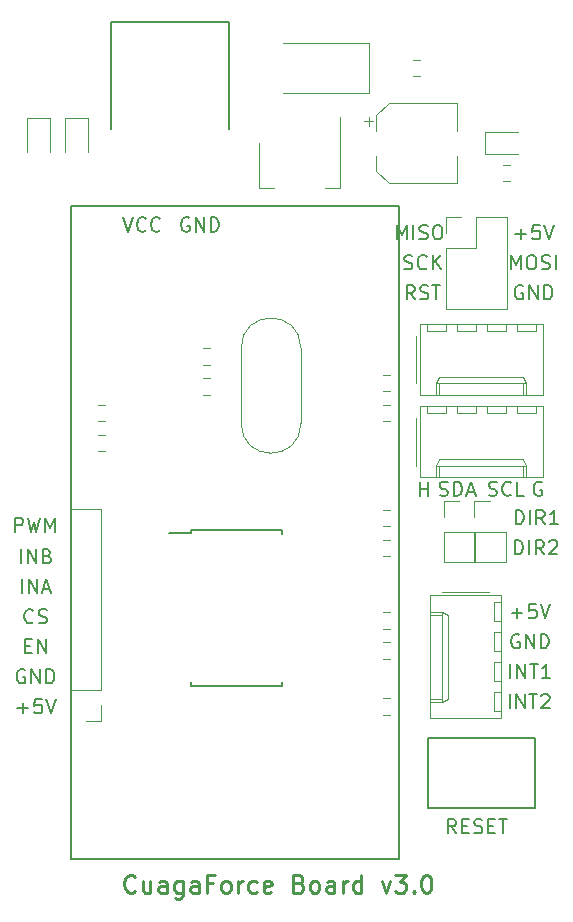
<source format=gto>
G04 #@! TF.GenerationSoftware,KiCad,Pcbnew,5.0.2-bee76a0~70~ubuntu16.04.1*
G04 #@! TF.CreationDate,2019-07-23T17:30:48+02:00*
G04 #@! TF.ProjectId,ATtiny_3.0,41547469-6e79-45f3-932e-302e6b696361,rev?*
G04 #@! TF.SameCoordinates,Original*
G04 #@! TF.FileFunction,Legend,Top*
G04 #@! TF.FilePolarity,Positive*
%FSLAX46Y46*%
G04 Gerber Fmt 4.6, Leading zero omitted, Abs format (unit mm)*
G04 Created by KiCad (PCBNEW 5.0.2-bee76a0~70~ubuntu16.04.1) date mar 23 jul 2019 17:30:48 CEST*
%MOMM*%
%LPD*%
G01*
G04 APERTURE LIST*
%ADD10C,0.200000*%
%ADD11C,0.250000*%
%ADD12C,0.120000*%
%ADD13C,0.150000*%
G04 APERTURE END LIST*
D10*
X135058342Y-81705714D02*
X135972628Y-81705714D01*
X135515485Y-82162857D02*
X135515485Y-81248571D01*
X137115485Y-80962857D02*
X136544057Y-80962857D01*
X136486914Y-81534285D01*
X136544057Y-81477142D01*
X136658342Y-81420000D01*
X136944057Y-81420000D01*
X137058342Y-81477142D01*
X137115485Y-81534285D01*
X137172628Y-81648571D01*
X137172628Y-81934285D01*
X137115485Y-82048571D01*
X137058342Y-82105714D01*
X136944057Y-82162857D01*
X136658342Y-82162857D01*
X136544057Y-82105714D01*
X136486914Y-82048571D01*
X137515485Y-80962857D02*
X137915485Y-82162857D01*
X138315485Y-80962857D01*
X135686914Y-83560000D02*
X135572628Y-83502857D01*
X135401200Y-83502857D01*
X135229771Y-83560000D01*
X135115485Y-83674285D01*
X135058342Y-83788571D01*
X135001200Y-84017142D01*
X135001200Y-84188571D01*
X135058342Y-84417142D01*
X135115485Y-84531428D01*
X135229771Y-84645714D01*
X135401200Y-84702857D01*
X135515485Y-84702857D01*
X135686914Y-84645714D01*
X135744057Y-84588571D01*
X135744057Y-84188571D01*
X135515485Y-84188571D01*
X136258342Y-84702857D02*
X136258342Y-83502857D01*
X136944057Y-84702857D01*
X136944057Y-83502857D01*
X137515485Y-84702857D02*
X137515485Y-83502857D01*
X137801200Y-83502857D01*
X137972628Y-83560000D01*
X138086914Y-83674285D01*
X138144057Y-83788571D01*
X138201200Y-84017142D01*
X138201200Y-84188571D01*
X138144057Y-84417142D01*
X138086914Y-84531428D01*
X137972628Y-84645714D01*
X137801200Y-84702857D01*
X137515485Y-84702857D01*
X127292142Y-71789857D02*
X127292142Y-70589857D01*
X127292142Y-71161285D02*
X127977857Y-71161285D01*
X127977857Y-71789857D02*
X127977857Y-70589857D01*
X128971857Y-71732714D02*
X129143285Y-71789857D01*
X129429000Y-71789857D01*
X129543285Y-71732714D01*
X129600428Y-71675571D01*
X129657571Y-71561285D01*
X129657571Y-71447000D01*
X129600428Y-71332714D01*
X129543285Y-71275571D01*
X129429000Y-71218428D01*
X129200428Y-71161285D01*
X129086142Y-71104142D01*
X129029000Y-71047000D01*
X128971857Y-70932714D01*
X128971857Y-70818428D01*
X129029000Y-70704142D01*
X129086142Y-70647000D01*
X129200428Y-70589857D01*
X129486142Y-70589857D01*
X129657571Y-70647000D01*
X130171857Y-71789857D02*
X130171857Y-70589857D01*
X130457571Y-70589857D01*
X130629000Y-70647000D01*
X130743285Y-70761285D01*
X130800428Y-70875571D01*
X130857571Y-71104142D01*
X130857571Y-71275571D01*
X130800428Y-71504142D01*
X130743285Y-71618428D01*
X130629000Y-71732714D01*
X130457571Y-71789857D01*
X130171857Y-71789857D01*
X131314714Y-71447000D02*
X131886142Y-71447000D01*
X131200428Y-71789857D02*
X131600428Y-70589857D01*
X132000428Y-71789857D01*
X107746914Y-48269600D02*
X107632628Y-48212457D01*
X107461200Y-48212457D01*
X107289771Y-48269600D01*
X107175485Y-48383885D01*
X107118342Y-48498171D01*
X107061200Y-48726742D01*
X107061200Y-48898171D01*
X107118342Y-49126742D01*
X107175485Y-49241028D01*
X107289771Y-49355314D01*
X107461200Y-49412457D01*
X107575485Y-49412457D01*
X107746914Y-49355314D01*
X107804057Y-49298171D01*
X107804057Y-48898171D01*
X107575485Y-48898171D01*
X108318342Y-49412457D02*
X108318342Y-48212457D01*
X109004057Y-49412457D01*
X109004057Y-48212457D01*
X109575485Y-49412457D02*
X109575485Y-48212457D01*
X109861200Y-48212457D01*
X110032628Y-48269600D01*
X110146914Y-48383885D01*
X110204057Y-48498171D01*
X110261200Y-48726742D01*
X110261200Y-48898171D01*
X110204057Y-49126742D01*
X110146914Y-49241028D01*
X110032628Y-49355314D01*
X109861200Y-49412457D01*
X109575485Y-49412457D01*
X102184400Y-48212457D02*
X102584400Y-49412457D01*
X102984400Y-48212457D01*
X104070114Y-49298171D02*
X104012971Y-49355314D01*
X103841542Y-49412457D01*
X103727257Y-49412457D01*
X103555828Y-49355314D01*
X103441542Y-49241028D01*
X103384400Y-49126742D01*
X103327257Y-48898171D01*
X103327257Y-48726742D01*
X103384400Y-48498171D01*
X103441542Y-48383885D01*
X103555828Y-48269600D01*
X103727257Y-48212457D01*
X103841542Y-48212457D01*
X104012971Y-48269600D01*
X104070114Y-48326742D01*
X105270114Y-49298171D02*
X105212971Y-49355314D01*
X105041542Y-49412457D01*
X104927257Y-49412457D01*
X104755828Y-49355314D01*
X104641542Y-49241028D01*
X104584400Y-49126742D01*
X104527257Y-48898171D01*
X104527257Y-48726742D01*
X104584400Y-48498171D01*
X104641542Y-48383885D01*
X104755828Y-48269600D01*
X104927257Y-48212457D01*
X105041542Y-48212457D01*
X105212971Y-48269600D01*
X105270114Y-48326742D01*
D11*
X103193771Y-105234514D02*
X103122342Y-105305942D01*
X102908057Y-105377371D01*
X102765200Y-105377371D01*
X102550914Y-105305942D01*
X102408057Y-105163085D01*
X102336628Y-105020228D01*
X102265200Y-104734514D01*
X102265200Y-104520228D01*
X102336628Y-104234514D01*
X102408057Y-104091657D01*
X102550914Y-103948800D01*
X102765200Y-103877371D01*
X102908057Y-103877371D01*
X103122342Y-103948800D01*
X103193771Y-104020228D01*
X104479485Y-104377371D02*
X104479485Y-105377371D01*
X103836628Y-104377371D02*
X103836628Y-105163085D01*
X103908057Y-105305942D01*
X104050914Y-105377371D01*
X104265200Y-105377371D01*
X104408057Y-105305942D01*
X104479485Y-105234514D01*
X105836628Y-105377371D02*
X105836628Y-104591657D01*
X105765200Y-104448800D01*
X105622342Y-104377371D01*
X105336628Y-104377371D01*
X105193771Y-104448800D01*
X105836628Y-105305942D02*
X105693771Y-105377371D01*
X105336628Y-105377371D01*
X105193771Y-105305942D01*
X105122342Y-105163085D01*
X105122342Y-105020228D01*
X105193771Y-104877371D01*
X105336628Y-104805942D01*
X105693771Y-104805942D01*
X105836628Y-104734514D01*
X107193771Y-104377371D02*
X107193771Y-105591657D01*
X107122342Y-105734514D01*
X107050914Y-105805942D01*
X106908057Y-105877371D01*
X106693771Y-105877371D01*
X106550914Y-105805942D01*
X107193771Y-105305942D02*
X107050914Y-105377371D01*
X106765200Y-105377371D01*
X106622342Y-105305942D01*
X106550914Y-105234514D01*
X106479485Y-105091657D01*
X106479485Y-104663085D01*
X106550914Y-104520228D01*
X106622342Y-104448800D01*
X106765200Y-104377371D01*
X107050914Y-104377371D01*
X107193771Y-104448800D01*
X108550914Y-105377371D02*
X108550914Y-104591657D01*
X108479485Y-104448800D01*
X108336628Y-104377371D01*
X108050914Y-104377371D01*
X107908057Y-104448800D01*
X108550914Y-105305942D02*
X108408057Y-105377371D01*
X108050914Y-105377371D01*
X107908057Y-105305942D01*
X107836628Y-105163085D01*
X107836628Y-105020228D01*
X107908057Y-104877371D01*
X108050914Y-104805942D01*
X108408057Y-104805942D01*
X108550914Y-104734514D01*
X109765200Y-104591657D02*
X109265200Y-104591657D01*
X109265200Y-105377371D02*
X109265200Y-103877371D01*
X109979485Y-103877371D01*
X110765200Y-105377371D02*
X110622342Y-105305942D01*
X110550914Y-105234514D01*
X110479485Y-105091657D01*
X110479485Y-104663085D01*
X110550914Y-104520228D01*
X110622342Y-104448800D01*
X110765200Y-104377371D01*
X110979485Y-104377371D01*
X111122342Y-104448800D01*
X111193771Y-104520228D01*
X111265200Y-104663085D01*
X111265200Y-105091657D01*
X111193771Y-105234514D01*
X111122342Y-105305942D01*
X110979485Y-105377371D01*
X110765200Y-105377371D01*
X111908057Y-105377371D02*
X111908057Y-104377371D01*
X111908057Y-104663085D02*
X111979485Y-104520228D01*
X112050914Y-104448800D01*
X112193771Y-104377371D01*
X112336628Y-104377371D01*
X113479485Y-105305942D02*
X113336628Y-105377371D01*
X113050914Y-105377371D01*
X112908057Y-105305942D01*
X112836628Y-105234514D01*
X112765200Y-105091657D01*
X112765200Y-104663085D01*
X112836628Y-104520228D01*
X112908057Y-104448800D01*
X113050914Y-104377371D01*
X113336628Y-104377371D01*
X113479485Y-104448800D01*
X114693771Y-105305942D02*
X114550914Y-105377371D01*
X114265200Y-105377371D01*
X114122342Y-105305942D01*
X114050914Y-105163085D01*
X114050914Y-104591657D01*
X114122342Y-104448800D01*
X114265200Y-104377371D01*
X114550914Y-104377371D01*
X114693771Y-104448800D01*
X114765200Y-104591657D01*
X114765200Y-104734514D01*
X114050914Y-104877371D01*
X117050914Y-104591657D02*
X117265200Y-104663085D01*
X117336628Y-104734514D01*
X117408057Y-104877371D01*
X117408057Y-105091657D01*
X117336628Y-105234514D01*
X117265200Y-105305942D01*
X117122342Y-105377371D01*
X116550914Y-105377371D01*
X116550914Y-103877371D01*
X117050914Y-103877371D01*
X117193771Y-103948800D01*
X117265200Y-104020228D01*
X117336628Y-104163085D01*
X117336628Y-104305942D01*
X117265200Y-104448800D01*
X117193771Y-104520228D01*
X117050914Y-104591657D01*
X116550914Y-104591657D01*
X118265200Y-105377371D02*
X118122342Y-105305942D01*
X118050914Y-105234514D01*
X117979485Y-105091657D01*
X117979485Y-104663085D01*
X118050914Y-104520228D01*
X118122342Y-104448800D01*
X118265200Y-104377371D01*
X118479485Y-104377371D01*
X118622342Y-104448800D01*
X118693771Y-104520228D01*
X118765200Y-104663085D01*
X118765200Y-105091657D01*
X118693771Y-105234514D01*
X118622342Y-105305942D01*
X118479485Y-105377371D01*
X118265200Y-105377371D01*
X120050914Y-105377371D02*
X120050914Y-104591657D01*
X119979485Y-104448800D01*
X119836628Y-104377371D01*
X119550914Y-104377371D01*
X119408057Y-104448800D01*
X120050914Y-105305942D02*
X119908057Y-105377371D01*
X119550914Y-105377371D01*
X119408057Y-105305942D01*
X119336628Y-105163085D01*
X119336628Y-105020228D01*
X119408057Y-104877371D01*
X119550914Y-104805942D01*
X119908057Y-104805942D01*
X120050914Y-104734514D01*
X120765200Y-105377371D02*
X120765200Y-104377371D01*
X120765200Y-104663085D02*
X120836628Y-104520228D01*
X120908057Y-104448800D01*
X121050914Y-104377371D01*
X121193771Y-104377371D01*
X122336628Y-105377371D02*
X122336628Y-103877371D01*
X122336628Y-105305942D02*
X122193771Y-105377371D01*
X121908057Y-105377371D01*
X121765200Y-105305942D01*
X121693771Y-105234514D01*
X121622342Y-105091657D01*
X121622342Y-104663085D01*
X121693771Y-104520228D01*
X121765200Y-104448800D01*
X121908057Y-104377371D01*
X122193771Y-104377371D01*
X122336628Y-104448800D01*
X124050914Y-104377371D02*
X124408057Y-105377371D01*
X124765200Y-104377371D01*
X125193771Y-103877371D02*
X126122342Y-103877371D01*
X125622342Y-104448800D01*
X125836628Y-104448800D01*
X125979485Y-104520228D01*
X126050914Y-104591657D01*
X126122342Y-104734514D01*
X126122342Y-105091657D01*
X126050914Y-105234514D01*
X125979485Y-105305942D01*
X125836628Y-105377371D01*
X125408057Y-105377371D01*
X125265200Y-105305942D01*
X125193771Y-105234514D01*
X126765200Y-105234514D02*
X126836628Y-105305942D01*
X126765200Y-105377371D01*
X126693771Y-105305942D01*
X126765200Y-105234514D01*
X126765200Y-105377371D01*
X127765200Y-103877371D02*
X127908057Y-103877371D01*
X128050914Y-103948800D01*
X128122342Y-104020228D01*
X128193771Y-104163085D01*
X128265200Y-104448800D01*
X128265200Y-104805942D01*
X128193771Y-105091657D01*
X128122342Y-105234514D01*
X128050914Y-105305942D01*
X127908057Y-105377371D01*
X127765200Y-105377371D01*
X127622342Y-105305942D01*
X127550914Y-105234514D01*
X127479485Y-105091657D01*
X127408057Y-104805942D01*
X127408057Y-104448800D01*
X127479485Y-104163085D01*
X127550914Y-104020228D01*
X127622342Y-103948800D01*
X127765200Y-103877371D01*
D10*
X135337771Y-76742857D02*
X135337771Y-75542857D01*
X135623485Y-75542857D01*
X135794914Y-75600000D01*
X135909200Y-75714285D01*
X135966342Y-75828571D01*
X136023485Y-76057142D01*
X136023485Y-76228571D01*
X135966342Y-76457142D01*
X135909200Y-76571428D01*
X135794914Y-76685714D01*
X135623485Y-76742857D01*
X135337771Y-76742857D01*
X136537771Y-76742857D02*
X136537771Y-75542857D01*
X137794914Y-76742857D02*
X137394914Y-76171428D01*
X137109200Y-76742857D02*
X137109200Y-75542857D01*
X137566342Y-75542857D01*
X137680628Y-75600000D01*
X137737771Y-75657142D01*
X137794914Y-75771428D01*
X137794914Y-75942857D01*
X137737771Y-76057142D01*
X137680628Y-76114285D01*
X137566342Y-76171428D01*
X137109200Y-76171428D01*
X138252057Y-75657142D02*
X138309200Y-75600000D01*
X138423485Y-75542857D01*
X138709200Y-75542857D01*
X138823485Y-75600000D01*
X138880628Y-75657142D01*
X138937771Y-75771428D01*
X138937771Y-75885714D01*
X138880628Y-76057142D01*
X138194914Y-76742857D01*
X138937771Y-76742857D01*
X135388571Y-74202857D02*
X135388571Y-73002857D01*
X135674285Y-73002857D01*
X135845714Y-73060000D01*
X135960000Y-73174285D01*
X136017142Y-73288571D01*
X136074285Y-73517142D01*
X136074285Y-73688571D01*
X136017142Y-73917142D01*
X135960000Y-74031428D01*
X135845714Y-74145714D01*
X135674285Y-74202857D01*
X135388571Y-74202857D01*
X136588571Y-74202857D02*
X136588571Y-73002857D01*
X137845714Y-74202857D02*
X137445714Y-73631428D01*
X137160000Y-74202857D02*
X137160000Y-73002857D01*
X137617142Y-73002857D01*
X137731428Y-73060000D01*
X137788571Y-73117142D01*
X137845714Y-73231428D01*
X137845714Y-73402857D01*
X137788571Y-73517142D01*
X137731428Y-73574285D01*
X137617142Y-73631428D01*
X137160000Y-73631428D01*
X138988571Y-74202857D02*
X138302857Y-74202857D01*
X138645714Y-74202857D02*
X138645714Y-73002857D01*
X138531428Y-73174285D01*
X138417142Y-73288571D01*
X138302857Y-73345714D01*
X134893257Y-89782857D02*
X134893257Y-88582857D01*
X135464685Y-89782857D02*
X135464685Y-88582857D01*
X136150400Y-89782857D01*
X136150400Y-88582857D01*
X136550400Y-88582857D02*
X137236114Y-88582857D01*
X136893257Y-89782857D02*
X136893257Y-88582857D01*
X137578971Y-88697142D02*
X137636114Y-88640000D01*
X137750400Y-88582857D01*
X138036114Y-88582857D01*
X138150400Y-88640000D01*
X138207542Y-88697142D01*
X138264685Y-88811428D01*
X138264685Y-88925714D01*
X138207542Y-89097142D01*
X137521828Y-89782857D01*
X138264685Y-89782857D01*
X134944057Y-87242857D02*
X134944057Y-86042857D01*
X135515485Y-87242857D02*
X135515485Y-86042857D01*
X136201200Y-87242857D01*
X136201200Y-86042857D01*
X136601200Y-86042857D02*
X137286914Y-86042857D01*
X136944057Y-87242857D02*
X136944057Y-86042857D01*
X138315485Y-87242857D02*
X137629771Y-87242857D01*
X137972628Y-87242857D02*
X137972628Y-86042857D01*
X137858342Y-86214285D01*
X137744057Y-86328571D01*
X137629771Y-86385714D01*
X130337142Y-100342857D02*
X129937142Y-99771428D01*
X129651428Y-100342857D02*
X129651428Y-99142857D01*
X130108571Y-99142857D01*
X130222857Y-99200000D01*
X130280000Y-99257142D01*
X130337142Y-99371428D01*
X130337142Y-99542857D01*
X130280000Y-99657142D01*
X130222857Y-99714285D01*
X130108571Y-99771428D01*
X129651428Y-99771428D01*
X130851428Y-99714285D02*
X131251428Y-99714285D01*
X131422857Y-100342857D02*
X130851428Y-100342857D01*
X130851428Y-99142857D01*
X131422857Y-99142857D01*
X131880000Y-100285714D02*
X132051428Y-100342857D01*
X132337142Y-100342857D01*
X132451428Y-100285714D01*
X132508571Y-100228571D01*
X132565714Y-100114285D01*
X132565714Y-100000000D01*
X132508571Y-99885714D01*
X132451428Y-99828571D01*
X132337142Y-99771428D01*
X132108571Y-99714285D01*
X131994285Y-99657142D01*
X131937142Y-99600000D01*
X131880000Y-99485714D01*
X131880000Y-99371428D01*
X131937142Y-99257142D01*
X131994285Y-99200000D01*
X132108571Y-99142857D01*
X132394285Y-99142857D01*
X132565714Y-99200000D01*
X133080000Y-99714285D02*
X133480000Y-99714285D01*
X133651428Y-100342857D02*
X133080000Y-100342857D01*
X133080000Y-99142857D01*
X133651428Y-99142857D01*
X133994285Y-99142857D02*
X134680000Y-99142857D01*
X134337142Y-100342857D02*
X134337142Y-99142857D01*
X126850857Y-55152857D02*
X126450857Y-54581428D01*
X126165142Y-55152857D02*
X126165142Y-53952857D01*
X126622285Y-53952857D01*
X126736571Y-54010000D01*
X126793714Y-54067142D01*
X126850857Y-54181428D01*
X126850857Y-54352857D01*
X126793714Y-54467142D01*
X126736571Y-54524285D01*
X126622285Y-54581428D01*
X126165142Y-54581428D01*
X127308000Y-55095714D02*
X127479428Y-55152857D01*
X127765142Y-55152857D01*
X127879428Y-55095714D01*
X127936571Y-55038571D01*
X127993714Y-54924285D01*
X127993714Y-54810000D01*
X127936571Y-54695714D01*
X127879428Y-54638571D01*
X127765142Y-54581428D01*
X127536571Y-54524285D01*
X127422285Y-54467142D01*
X127365142Y-54410000D01*
X127308000Y-54295714D01*
X127308000Y-54181428D01*
X127365142Y-54067142D01*
X127422285Y-54010000D01*
X127536571Y-53952857D01*
X127822285Y-53952857D01*
X127993714Y-54010000D01*
X128336571Y-53952857D02*
X129022285Y-53952857D01*
X128679428Y-55152857D02*
X128679428Y-53952857D01*
X125965142Y-52555714D02*
X126136571Y-52612857D01*
X126422285Y-52612857D01*
X126536571Y-52555714D01*
X126593714Y-52498571D01*
X126650857Y-52384285D01*
X126650857Y-52270000D01*
X126593714Y-52155714D01*
X126536571Y-52098571D01*
X126422285Y-52041428D01*
X126193714Y-51984285D01*
X126079428Y-51927142D01*
X126022285Y-51870000D01*
X125965142Y-51755714D01*
X125965142Y-51641428D01*
X126022285Y-51527142D01*
X126079428Y-51470000D01*
X126193714Y-51412857D01*
X126479428Y-51412857D01*
X126650857Y-51470000D01*
X127850857Y-52498571D02*
X127793714Y-52555714D01*
X127622285Y-52612857D01*
X127508000Y-52612857D01*
X127336571Y-52555714D01*
X127222285Y-52441428D01*
X127165142Y-52327142D01*
X127108000Y-52098571D01*
X127108000Y-51927142D01*
X127165142Y-51698571D01*
X127222285Y-51584285D01*
X127336571Y-51470000D01*
X127508000Y-51412857D01*
X127622285Y-51412857D01*
X127793714Y-51470000D01*
X127850857Y-51527142D01*
X128365142Y-52612857D02*
X128365142Y-51412857D01*
X129050857Y-52612857D02*
X128536571Y-51927142D01*
X129050857Y-51412857D02*
X128365142Y-52098571D01*
X125368285Y-50072857D02*
X125368285Y-48872857D01*
X125768285Y-49730000D01*
X126168285Y-48872857D01*
X126168285Y-50072857D01*
X126739714Y-50072857D02*
X126739714Y-48872857D01*
X127254000Y-50015714D02*
X127425428Y-50072857D01*
X127711142Y-50072857D01*
X127825428Y-50015714D01*
X127882571Y-49958571D01*
X127939714Y-49844285D01*
X127939714Y-49730000D01*
X127882571Y-49615714D01*
X127825428Y-49558571D01*
X127711142Y-49501428D01*
X127482571Y-49444285D01*
X127368285Y-49387142D01*
X127311142Y-49330000D01*
X127254000Y-49215714D01*
X127254000Y-49101428D01*
X127311142Y-48987142D01*
X127368285Y-48930000D01*
X127482571Y-48872857D01*
X127768285Y-48872857D01*
X127939714Y-48930000D01*
X128682571Y-48872857D02*
X128911142Y-48872857D01*
X129025428Y-48930000D01*
X129139714Y-49044285D01*
X129196857Y-49272857D01*
X129196857Y-49672857D01*
X129139714Y-49901428D01*
X129025428Y-50015714D01*
X128911142Y-50072857D01*
X128682571Y-50072857D01*
X128568285Y-50015714D01*
X128454000Y-49901428D01*
X128396857Y-49672857D01*
X128396857Y-49272857D01*
X128454000Y-49044285D01*
X128568285Y-48930000D01*
X128682571Y-48872857D01*
X135991714Y-54010000D02*
X135877428Y-53952857D01*
X135706000Y-53952857D01*
X135534571Y-54010000D01*
X135420285Y-54124285D01*
X135363142Y-54238571D01*
X135306000Y-54467142D01*
X135306000Y-54638571D01*
X135363142Y-54867142D01*
X135420285Y-54981428D01*
X135534571Y-55095714D01*
X135706000Y-55152857D01*
X135820285Y-55152857D01*
X135991714Y-55095714D01*
X136048857Y-55038571D01*
X136048857Y-54638571D01*
X135820285Y-54638571D01*
X136563142Y-55152857D02*
X136563142Y-53952857D01*
X137248857Y-55152857D01*
X137248857Y-53952857D01*
X137820285Y-55152857D02*
X137820285Y-53952857D01*
X138106000Y-53952857D01*
X138277428Y-54010000D01*
X138391714Y-54124285D01*
X138448857Y-54238571D01*
X138506000Y-54467142D01*
X138506000Y-54638571D01*
X138448857Y-54867142D01*
X138391714Y-54981428D01*
X138277428Y-55095714D01*
X138106000Y-55152857D01*
X137820285Y-55152857D01*
X135020285Y-52612857D02*
X135020285Y-51412857D01*
X135420285Y-52270000D01*
X135820285Y-51412857D01*
X135820285Y-52612857D01*
X136620285Y-51412857D02*
X136848857Y-51412857D01*
X136963142Y-51470000D01*
X137077428Y-51584285D01*
X137134571Y-51812857D01*
X137134571Y-52212857D01*
X137077428Y-52441428D01*
X136963142Y-52555714D01*
X136848857Y-52612857D01*
X136620285Y-52612857D01*
X136506000Y-52555714D01*
X136391714Y-52441428D01*
X136334571Y-52212857D01*
X136334571Y-51812857D01*
X136391714Y-51584285D01*
X136506000Y-51470000D01*
X136620285Y-51412857D01*
X137591714Y-52555714D02*
X137763142Y-52612857D01*
X138048857Y-52612857D01*
X138163142Y-52555714D01*
X138220285Y-52498571D01*
X138277428Y-52384285D01*
X138277428Y-52270000D01*
X138220285Y-52155714D01*
X138163142Y-52098571D01*
X138048857Y-52041428D01*
X137820285Y-51984285D01*
X137706000Y-51927142D01*
X137648857Y-51870000D01*
X137591714Y-51755714D01*
X137591714Y-51641428D01*
X137648857Y-51527142D01*
X137706000Y-51470000D01*
X137820285Y-51412857D01*
X138106000Y-51412857D01*
X138277428Y-51470000D01*
X138791714Y-52612857D02*
X138791714Y-51412857D01*
X135363142Y-49615714D02*
X136277428Y-49615714D01*
X135820285Y-50072857D02*
X135820285Y-49158571D01*
X137420285Y-48872857D02*
X136848857Y-48872857D01*
X136791714Y-49444285D01*
X136848857Y-49387142D01*
X136963142Y-49330000D01*
X137248857Y-49330000D01*
X137363142Y-49387142D01*
X137420285Y-49444285D01*
X137477428Y-49558571D01*
X137477428Y-49844285D01*
X137420285Y-49958571D01*
X137363142Y-50015714D01*
X137248857Y-50072857D01*
X136963142Y-50072857D01*
X136848857Y-50015714D01*
X136791714Y-49958571D01*
X137820285Y-48872857D02*
X138220285Y-50072857D01*
X138620285Y-48872857D01*
X137601285Y-70647000D02*
X137487000Y-70589857D01*
X137315571Y-70589857D01*
X137144142Y-70647000D01*
X137029857Y-70761285D01*
X136972714Y-70875571D01*
X136915571Y-71104142D01*
X136915571Y-71275571D01*
X136972714Y-71504142D01*
X137029857Y-71618428D01*
X137144142Y-71732714D01*
X137315571Y-71789857D01*
X137429857Y-71789857D01*
X137601285Y-71732714D01*
X137658428Y-71675571D01*
X137658428Y-71275571D01*
X137429857Y-71275571D01*
X133127928Y-71732714D02*
X133299357Y-71789857D01*
X133585071Y-71789857D01*
X133699357Y-71732714D01*
X133756500Y-71675571D01*
X133813642Y-71561285D01*
X133813642Y-71447000D01*
X133756500Y-71332714D01*
X133699357Y-71275571D01*
X133585071Y-71218428D01*
X133356500Y-71161285D01*
X133242214Y-71104142D01*
X133185071Y-71047000D01*
X133127928Y-70932714D01*
X133127928Y-70818428D01*
X133185071Y-70704142D01*
X133242214Y-70647000D01*
X133356500Y-70589857D01*
X133642214Y-70589857D01*
X133813642Y-70647000D01*
X135013642Y-71675571D02*
X134956500Y-71732714D01*
X134785071Y-71789857D01*
X134670785Y-71789857D01*
X134499357Y-71732714D01*
X134385071Y-71618428D01*
X134327928Y-71504142D01*
X134270785Y-71275571D01*
X134270785Y-71104142D01*
X134327928Y-70875571D01*
X134385071Y-70761285D01*
X134499357Y-70647000D01*
X134670785Y-70589857D01*
X134785071Y-70589857D01*
X134956500Y-70647000D01*
X135013642Y-70704142D01*
X136099357Y-71789857D02*
X135527928Y-71789857D01*
X135527928Y-70589857D01*
X93199142Y-89747714D02*
X94113428Y-89747714D01*
X93656285Y-90204857D02*
X93656285Y-89290571D01*
X95256285Y-89004857D02*
X94684857Y-89004857D01*
X94627714Y-89576285D01*
X94684857Y-89519142D01*
X94799142Y-89462000D01*
X95084857Y-89462000D01*
X95199142Y-89519142D01*
X95256285Y-89576285D01*
X95313428Y-89690571D01*
X95313428Y-89976285D01*
X95256285Y-90090571D01*
X95199142Y-90147714D01*
X95084857Y-90204857D01*
X94799142Y-90204857D01*
X94684857Y-90147714D01*
X94627714Y-90090571D01*
X95656285Y-89004857D02*
X96056285Y-90204857D01*
X96456285Y-89004857D01*
X93827714Y-86522000D02*
X93713428Y-86464857D01*
X93542000Y-86464857D01*
X93370571Y-86522000D01*
X93256285Y-86636285D01*
X93199142Y-86750571D01*
X93142000Y-86979142D01*
X93142000Y-87150571D01*
X93199142Y-87379142D01*
X93256285Y-87493428D01*
X93370571Y-87607714D01*
X93542000Y-87664857D01*
X93656285Y-87664857D01*
X93827714Y-87607714D01*
X93884857Y-87550571D01*
X93884857Y-87150571D01*
X93656285Y-87150571D01*
X94399142Y-87664857D02*
X94399142Y-86464857D01*
X95084857Y-87664857D01*
X95084857Y-86464857D01*
X95656285Y-87664857D02*
X95656285Y-86464857D01*
X95942000Y-86464857D01*
X96113428Y-86522000D01*
X96227714Y-86636285D01*
X96284857Y-86750571D01*
X96342000Y-86979142D01*
X96342000Y-87150571D01*
X96284857Y-87379142D01*
X96227714Y-87493428D01*
X96113428Y-87607714D01*
X95942000Y-87664857D01*
X95656285Y-87664857D01*
X93856285Y-84496285D02*
X94256285Y-84496285D01*
X94427714Y-85124857D02*
X93856285Y-85124857D01*
X93856285Y-83924857D01*
X94427714Y-83924857D01*
X94942000Y-85124857D02*
X94942000Y-83924857D01*
X95627714Y-85124857D01*
X95627714Y-83924857D01*
X94542000Y-82470571D02*
X94484857Y-82527714D01*
X94313428Y-82584857D01*
X94199142Y-82584857D01*
X94027714Y-82527714D01*
X93913428Y-82413428D01*
X93856285Y-82299142D01*
X93799142Y-82070571D01*
X93799142Y-81899142D01*
X93856285Y-81670571D01*
X93913428Y-81556285D01*
X94027714Y-81442000D01*
X94199142Y-81384857D01*
X94313428Y-81384857D01*
X94484857Y-81442000D01*
X94542000Y-81499142D01*
X94999142Y-82527714D02*
X95170571Y-82584857D01*
X95456285Y-82584857D01*
X95570571Y-82527714D01*
X95627714Y-82470571D01*
X95684857Y-82356285D01*
X95684857Y-82242000D01*
X95627714Y-82127714D01*
X95570571Y-82070571D01*
X95456285Y-82013428D01*
X95227714Y-81956285D01*
X95113428Y-81899142D01*
X95056285Y-81842000D01*
X94999142Y-81727714D01*
X94999142Y-81613428D01*
X95056285Y-81499142D01*
X95113428Y-81442000D01*
X95227714Y-81384857D01*
X95513428Y-81384857D01*
X95684857Y-81442000D01*
X93599142Y-80044857D02*
X93599142Y-78844857D01*
X94170571Y-80044857D02*
X94170571Y-78844857D01*
X94856285Y-80044857D01*
X94856285Y-78844857D01*
X95370571Y-79702000D02*
X95942000Y-79702000D01*
X95256285Y-80044857D02*
X95656285Y-78844857D01*
X96056285Y-80044857D01*
X93513428Y-77504857D02*
X93513428Y-76304857D01*
X94084857Y-77504857D02*
X94084857Y-76304857D01*
X94770571Y-77504857D01*
X94770571Y-76304857D01*
X95742000Y-76876285D02*
X95913428Y-76933428D01*
X95970571Y-76990571D01*
X96027714Y-77104857D01*
X96027714Y-77276285D01*
X95970571Y-77390571D01*
X95913428Y-77447714D01*
X95799142Y-77504857D01*
X95342000Y-77504857D01*
X95342000Y-76304857D01*
X95742000Y-76304857D01*
X95856285Y-76362000D01*
X95913428Y-76419142D01*
X95970571Y-76533428D01*
X95970571Y-76647714D01*
X95913428Y-76762000D01*
X95856285Y-76819142D01*
X95742000Y-76876285D01*
X95342000Y-76876285D01*
X92992785Y-74837857D02*
X92992785Y-73637857D01*
X93449928Y-73637857D01*
X93564214Y-73695000D01*
X93621357Y-73752142D01*
X93678500Y-73866428D01*
X93678500Y-74037857D01*
X93621357Y-74152142D01*
X93564214Y-74209285D01*
X93449928Y-74266428D01*
X92992785Y-74266428D01*
X94078500Y-73637857D02*
X94364214Y-74837857D01*
X94592785Y-73980714D01*
X94821357Y-74837857D01*
X95107071Y-73637857D01*
X95564214Y-74837857D02*
X95564214Y-73637857D01*
X95964214Y-74495000D01*
X96364214Y-73637857D01*
X96364214Y-74837857D01*
X97750000Y-47250000D02*
X97750000Y-102550000D01*
X97750000Y-102550000D02*
X125550000Y-102550000D01*
X125550000Y-47250000D02*
X125550000Y-102550000D01*
X97750000Y-47250000D02*
X125550000Y-47250000D01*
D12*
G04 #@! TO.C,ICSP*
X129480000Y-55940000D02*
X134680000Y-55940000D01*
X129480000Y-50800000D02*
X129480000Y-55940000D01*
X134680000Y-48200000D02*
X134680000Y-55940000D01*
X129480000Y-50800000D02*
X132080000Y-50800000D01*
X132080000Y-50800000D02*
X132080000Y-48200000D01*
X132080000Y-48200000D02*
X134680000Y-48200000D01*
X129480000Y-49530000D02*
X129480000Y-48200000D01*
X129480000Y-48200000D02*
X130810000Y-48200000D01*
D13*
G04 #@! TO.C, *
X111108000Y-31694500D02*
X111108000Y-40694500D01*
X101108000Y-31694500D02*
X101108000Y-40694500D01*
X101108000Y-31694500D02*
X111108000Y-31694500D01*
D12*
G04 #@! TO.C,R10*
X124198748Y-83069500D02*
X124721252Y-83069500D01*
X124198748Y-81649500D02*
X124721252Y-81649500D01*
G04 #@! TO.C,C1*
X126738748Y-34850000D02*
X127261252Y-34850000D01*
X126738748Y-36270000D02*
X127261252Y-36270000D01*
G04 #@! TO.C,C2*
X130410000Y-45320000D02*
X130410000Y-42970000D01*
X130410000Y-38500000D02*
X130410000Y-40850000D01*
X124654437Y-38500000D02*
X130410000Y-38500000D01*
X124654437Y-45320000D02*
X130410000Y-45320000D01*
X123590000Y-44255563D02*
X123590000Y-42970000D01*
X123590000Y-39564437D02*
X123590000Y-40850000D01*
X123590000Y-39564437D02*
X124654437Y-38500000D01*
X123590000Y-44255563D02*
X124654437Y-45320000D01*
X122562500Y-40062500D02*
X123350000Y-40062500D01*
X122956250Y-39668750D02*
X122956250Y-40456250D01*
G04 #@! TO.C,C3*
X108958748Y-59297500D02*
X109481252Y-59297500D01*
X108958748Y-60717500D02*
X109481252Y-60717500D01*
G04 #@! TO.C,C4*
X108958748Y-63250000D02*
X109481252Y-63250000D01*
X108958748Y-61830000D02*
X109481252Y-61830000D01*
G04 #@! TO.C,POWER*
X135620000Y-40950000D02*
X132760000Y-40950000D01*
X132760000Y-40950000D02*
X132760000Y-42870000D01*
X132760000Y-42870000D02*
X135620000Y-42870000D01*
G04 #@! TO.C,LED1*
X99160000Y-42665000D02*
X99160000Y-39805000D01*
X99160000Y-39805000D02*
X97240000Y-39805000D01*
X97240000Y-39805000D02*
X97240000Y-42665000D01*
G04 #@! TO.C,LED2*
X94040000Y-39805000D02*
X94040000Y-42665000D01*
X95960000Y-39805000D02*
X94040000Y-39805000D01*
X95960000Y-42665000D02*
X95960000Y-39805000D01*
G04 #@! TO.C,D5*
X122964000Y-37710000D02*
X122964000Y-33410000D01*
X122964000Y-33410000D02*
X115664000Y-33410000D01*
X122964000Y-37710000D02*
X115664000Y-37710000D01*
G04 #@! TO.C, *
X129290000Y-72203000D02*
X130620000Y-72203000D01*
X129290000Y-73533000D02*
X129290000Y-72203000D01*
X129290000Y-74803000D02*
X131950000Y-74803000D01*
X131950000Y-74803000D02*
X131950000Y-77403000D01*
X129290000Y-74803000D02*
X129290000Y-77403000D01*
X129290000Y-77403000D02*
X131950000Y-77403000D01*
X131893000Y-77403000D02*
X134553000Y-77403000D01*
X131893000Y-74803000D02*
X131893000Y-77403000D01*
X134553000Y-74803000D02*
X134553000Y-77403000D01*
X131893000Y-74803000D02*
X134553000Y-74803000D01*
X131893000Y-73533000D02*
X131893000Y-72203000D01*
X131893000Y-72203000D02*
X133223000Y-72203000D01*
X100330000Y-72930000D02*
X97670000Y-72930000D01*
X100330000Y-88230000D02*
X100330000Y-72930000D01*
X97670000Y-88230000D02*
X97670000Y-72930000D01*
X100330000Y-88230000D02*
X97670000Y-88230000D01*
X100330000Y-89500000D02*
X100330000Y-90830000D01*
X100330000Y-90830000D02*
X99000000Y-90830000D01*
G04 #@! TO.C,R1*
X134358748Y-43740000D02*
X134881252Y-43740000D01*
X134358748Y-45160000D02*
X134881252Y-45160000D01*
G04 #@! TO.C,R2*
X100591252Y-65480000D02*
X100068748Y-65480000D01*
X100591252Y-64060000D02*
X100068748Y-64060000D01*
G04 #@! TO.C,R3*
X100591252Y-66600000D02*
X100068748Y-66600000D01*
X100591252Y-68020000D02*
X100068748Y-68020000D01*
G04 #@! TO.C,R4*
X124198748Y-88890000D02*
X124721252Y-88890000D01*
X124198748Y-90310000D02*
X124721252Y-90310000D01*
G04 #@! TO.C,R5*
X124198748Y-72950000D02*
X124721252Y-72950000D01*
X124198748Y-74370000D02*
X124721252Y-74370000D01*
G04 #@! TO.C,R6*
X124198748Y-76910000D02*
X124721252Y-76910000D01*
X124198748Y-75490000D02*
X124721252Y-75490000D01*
G04 #@! TO.C,R7*
X124721252Y-64060000D02*
X124198748Y-64060000D01*
X124721252Y-65480000D02*
X124198748Y-65480000D01*
G04 #@! TO.C,R8*
X124198748Y-62940000D02*
X124721252Y-62940000D01*
X124198748Y-61520000D02*
X124721252Y-61520000D01*
G04 #@! TO.C,R9*
X124198748Y-84189500D02*
X124721252Y-84189500D01*
X124198748Y-85609500D02*
X124721252Y-85609500D01*
D13*
G04 #@! TO.C, *
X137000000Y-98250000D02*
X128000000Y-98250000D01*
X137000000Y-92250000D02*
X128000000Y-92250000D01*
X128000000Y-92250000D02*
X128000000Y-98250000D01*
X137000000Y-92250000D02*
X137000000Y-98250000D01*
G04 #@! TO.C,ATtiny1634*
X107885000Y-74705000D02*
X107885000Y-74955000D01*
X115635000Y-74705000D02*
X115635000Y-75040000D01*
X115635000Y-87855000D02*
X115635000Y-87520000D01*
X107885000Y-87855000D02*
X107885000Y-87520000D01*
X107885000Y-74705000D02*
X115635000Y-74705000D01*
X107885000Y-87855000D02*
X115635000Y-87855000D01*
X107885000Y-74955000D02*
X106085000Y-74955000D01*
D12*
G04 #@! TO.C,L7805*
X113670000Y-45700000D02*
X114930000Y-45700000D01*
X120490000Y-45700000D02*
X119230000Y-45700000D01*
X113670000Y-41940000D02*
X113670000Y-45700000D01*
X120490000Y-39690000D02*
X120490000Y-45700000D01*
G04 #@! TO.C,CLK*
X117206000Y-59250000D02*
X117206000Y-65650000D01*
X112156000Y-59250000D02*
X112156000Y-65650000D01*
X112156000Y-59250000D02*
G75*
G02X117206000Y-59250000I2525000J0D01*
G01*
X112156000Y-65650000D02*
G75*
G03X117206000Y-65650000I2525000J0D01*
G01*
G04 #@! TO.C, *
X137090000Y-57817109D02*
X137090000Y-57217109D01*
X135490000Y-57817109D02*
X137090000Y-57817109D01*
X135490000Y-57217109D02*
X135490000Y-57817109D01*
X134550000Y-57817109D02*
X134550000Y-57217109D01*
X132950000Y-57817109D02*
X134550000Y-57817109D01*
X132950000Y-57217109D02*
X132950000Y-57817109D01*
X132010000Y-57817109D02*
X132010000Y-57217109D01*
X130410000Y-57817109D02*
X132010000Y-57817109D01*
X130410000Y-57217109D02*
X130410000Y-57817109D01*
X129470000Y-57817109D02*
X129470000Y-57217109D01*
X127870000Y-57817109D02*
X129470000Y-57817109D01*
X127870000Y-57217109D02*
X127870000Y-57817109D01*
X136040000Y-63237109D02*
X136040000Y-62237109D01*
X128920000Y-63237109D02*
X128920000Y-62237109D01*
X136040000Y-61707109D02*
X136290000Y-62237109D01*
X128920000Y-61707109D02*
X136040000Y-61707109D01*
X128670000Y-62237109D02*
X128920000Y-61707109D01*
X136290000Y-62237109D02*
X136290000Y-63237109D01*
X128670000Y-62237109D02*
X136290000Y-62237109D01*
X128670000Y-63237109D02*
X128670000Y-62237109D01*
X127000000Y-58247109D02*
X127000000Y-62247109D01*
X137670000Y-57217109D02*
X127290000Y-57217109D01*
X137670000Y-63237109D02*
X137670000Y-57217109D01*
X127290000Y-63237109D02*
X137670000Y-63237109D01*
X127290000Y-57217109D02*
X127290000Y-63237109D01*
X127290000Y-64202109D02*
X127290000Y-70222109D01*
X127290000Y-70222109D02*
X137670000Y-70222109D01*
X137670000Y-70222109D02*
X137670000Y-64202109D01*
X137670000Y-64202109D02*
X127290000Y-64202109D01*
X127000000Y-65232109D02*
X127000000Y-69232109D01*
X128670000Y-70222109D02*
X128670000Y-69222109D01*
X128670000Y-69222109D02*
X136290000Y-69222109D01*
X136290000Y-69222109D02*
X136290000Y-70222109D01*
X128670000Y-69222109D02*
X128920000Y-68692109D01*
X128920000Y-68692109D02*
X136040000Y-68692109D01*
X136040000Y-68692109D02*
X136290000Y-69222109D01*
X128920000Y-70222109D02*
X128920000Y-69222109D01*
X136040000Y-70222109D02*
X136040000Y-69222109D01*
X127870000Y-64202109D02*
X127870000Y-64802109D01*
X127870000Y-64802109D02*
X129470000Y-64802109D01*
X129470000Y-64802109D02*
X129470000Y-64202109D01*
X130410000Y-64202109D02*
X130410000Y-64802109D01*
X130410000Y-64802109D02*
X132010000Y-64802109D01*
X132010000Y-64802109D02*
X132010000Y-64202109D01*
X132950000Y-64202109D02*
X132950000Y-64802109D01*
X132950000Y-64802109D02*
X134550000Y-64802109D01*
X134550000Y-64802109D02*
X134550000Y-64202109D01*
X135490000Y-64202109D02*
X135490000Y-64802109D01*
X135490000Y-64802109D02*
X137090000Y-64802109D01*
X137090000Y-64802109D02*
X137090000Y-64202109D01*
X134157500Y-80217500D02*
X128137500Y-80217500D01*
X128137500Y-80217500D02*
X128137500Y-90597500D01*
X128137500Y-90597500D02*
X134157500Y-90597500D01*
X134157500Y-90597500D02*
X134157500Y-80217500D01*
X133127500Y-79927500D02*
X129127500Y-79927500D01*
X128137500Y-81597500D02*
X129137500Y-81597500D01*
X129137500Y-81597500D02*
X129137500Y-89217500D01*
X129137500Y-89217500D02*
X128137500Y-89217500D01*
X129137500Y-81597500D02*
X129667500Y-81847500D01*
X129667500Y-81847500D02*
X129667500Y-88967500D01*
X129667500Y-88967500D02*
X129137500Y-89217500D01*
X128137500Y-81847500D02*
X129137500Y-81847500D01*
X128137500Y-88967500D02*
X129137500Y-88967500D01*
X134157500Y-80797500D02*
X133557500Y-80797500D01*
X133557500Y-80797500D02*
X133557500Y-82397500D01*
X133557500Y-82397500D02*
X134157500Y-82397500D01*
X134157500Y-83337500D02*
X133557500Y-83337500D01*
X133557500Y-83337500D02*
X133557500Y-84937500D01*
X133557500Y-84937500D02*
X134157500Y-84937500D01*
X134157500Y-85877500D02*
X133557500Y-85877500D01*
X133557500Y-85877500D02*
X133557500Y-87477500D01*
X133557500Y-87477500D02*
X134157500Y-87477500D01*
X134157500Y-88417500D02*
X133557500Y-88417500D01*
X133557500Y-88417500D02*
X133557500Y-90017500D01*
X133557500Y-90017500D02*
X134157500Y-90017500D01*
G04 #@! TD*
M02*

</source>
